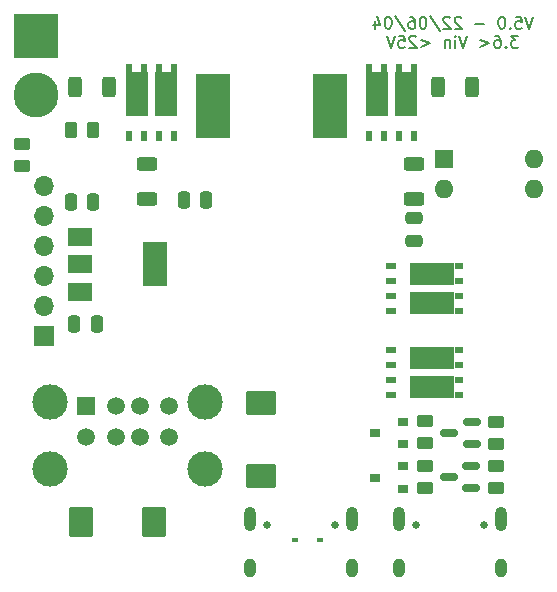
<source format=gbr>
%TF.GenerationSoftware,KiCad,Pcbnew,(6.0.5)*%
%TF.CreationDate,2022-06-14T13:50:18+08:00*%
%TF.ProjectId,V4.0,56342e30-2e6b-4696-9361-645f70636258,rev?*%
%TF.SameCoordinates,Original*%
%TF.FileFunction,Soldermask,Bot*%
%TF.FilePolarity,Negative*%
%FSLAX46Y46*%
G04 Gerber Fmt 4.6, Leading zero omitted, Abs format (unit mm)*
G04 Created by KiCad (PCBNEW (6.0.5)) date 2022-06-14 13:50:18*
%MOMM*%
%LPD*%
G01*
G04 APERTURE LIST*
G04 Aperture macros list*
%AMRoundRect*
0 Rectangle with rounded corners*
0 $1 Rounding radius*
0 $2 $3 $4 $5 $6 $7 $8 $9 X,Y pos of 4 corners*
0 Add a 4 corners polygon primitive as box body*
4,1,4,$2,$3,$4,$5,$6,$7,$8,$9,$2,$3,0*
0 Add four circle primitives for the rounded corners*
1,1,$1+$1,$2,$3*
1,1,$1+$1,$4,$5*
1,1,$1+$1,$6,$7*
1,1,$1+$1,$8,$9*
0 Add four rect primitives between the rounded corners*
20,1,$1+$1,$2,$3,$4,$5,0*
20,1,$1+$1,$4,$5,$6,$7,0*
20,1,$1+$1,$6,$7,$8,$9,0*
20,1,$1+$1,$8,$9,$2,$3,0*%
G04 Aperture macros list end*
%ADD10C,0.200000*%
%ADD11R,3.800000X3.800000*%
%ADD12C,3.800000*%
%ADD13R,1.600000X1.600000*%
%ADD14O,1.600000X1.600000*%
%ADD15C,0.650000*%
%ADD16O,1.000000X2.100000*%
%ADD17O,1.000000X1.600000*%
%ADD18R,1.700000X1.700000*%
%ADD19O,1.700000X1.700000*%
%ADD20R,1.500000X1.500000*%
%ADD21C,1.500000*%
%ADD22C,3.000000*%
%ADD23RoundRect,0.250000X-0.625000X0.312500X-0.625000X-0.312500X0.625000X-0.312500X0.625000X0.312500X0*%
%ADD24R,0.900000X0.800000*%
%ADD25RoundRect,0.250000X0.250000X0.475000X-0.250000X0.475000X-0.250000X-0.475000X0.250000X-0.475000X0*%
%ADD26R,0.600000X0.450000*%
%ADD27RoundRect,0.250000X-0.787500X-1.025000X0.787500X-1.025000X0.787500X1.025000X-0.787500X1.025000X0*%
%ADD28RoundRect,0.150000X0.587500X0.150000X-0.587500X0.150000X-0.587500X-0.150000X0.587500X-0.150000X0*%
%ADD29R,0.850000X0.500000*%
%ADD30R,0.800000X0.600000*%
%ADD31R,3.750000X1.970000*%
%ADD32RoundRect,0.250000X0.625000X-0.312500X0.625000X0.312500X-0.625000X0.312500X-0.625000X-0.312500X0*%
%ADD33R,2.000000X1.500000*%
%ADD34R,2.000000X3.800000*%
%ADD35RoundRect,0.250000X0.450000X-0.262500X0.450000X0.262500X-0.450000X0.262500X-0.450000X-0.262500X0*%
%ADD36RoundRect,0.250000X0.475000X-0.250000X0.475000X0.250000X-0.475000X0.250000X-0.475000X-0.250000X0*%
%ADD37RoundRect,0.250000X-0.312500X-0.625000X0.312500X-0.625000X0.312500X0.625000X-0.312500X0.625000X0*%
%ADD38RoundRect,0.250000X1.025000X-0.787500X1.025000X0.787500X-1.025000X0.787500X-1.025000X-0.787500X0*%
%ADD39RoundRect,0.250000X0.312500X0.625000X-0.312500X0.625000X-0.312500X-0.625000X0.312500X-0.625000X0*%
%ADD40R,0.500000X0.850000*%
%ADD41R,1.970000X3.750000*%
%ADD42R,0.600000X0.800000*%
%ADD43R,2.900000X5.400000*%
%ADD44RoundRect,0.250000X0.262500X0.450000X-0.262500X0.450000X-0.262500X-0.450000X0.262500X-0.450000X0*%
G04 APERTURE END LIST*
D10*
X150659523Y-76347380D02*
X150326190Y-77347380D01*
X149992857Y-76347380D01*
X149183333Y-76347380D02*
X149659523Y-76347380D01*
X149707142Y-76823571D01*
X149659523Y-76775952D01*
X149564285Y-76728333D01*
X149326190Y-76728333D01*
X149230952Y-76775952D01*
X149183333Y-76823571D01*
X149135714Y-76918809D01*
X149135714Y-77156904D01*
X149183333Y-77252142D01*
X149230952Y-77299761D01*
X149326190Y-77347380D01*
X149564285Y-77347380D01*
X149659523Y-77299761D01*
X149707142Y-77252142D01*
X148707142Y-77252142D02*
X148659523Y-77299761D01*
X148707142Y-77347380D01*
X148754761Y-77299761D01*
X148707142Y-77252142D01*
X148707142Y-77347380D01*
X148040476Y-76347380D02*
X147945238Y-76347380D01*
X147850000Y-76395000D01*
X147802380Y-76442619D01*
X147754761Y-76537857D01*
X147707142Y-76728333D01*
X147707142Y-76966428D01*
X147754761Y-77156904D01*
X147802380Y-77252142D01*
X147850000Y-77299761D01*
X147945238Y-77347380D01*
X148040476Y-77347380D01*
X148135714Y-77299761D01*
X148183333Y-77252142D01*
X148230952Y-77156904D01*
X148278571Y-76966428D01*
X148278571Y-76728333D01*
X148230952Y-76537857D01*
X148183333Y-76442619D01*
X148135714Y-76395000D01*
X148040476Y-76347380D01*
X146516666Y-76966428D02*
X145754761Y-76966428D01*
X144564285Y-76442619D02*
X144516666Y-76395000D01*
X144421428Y-76347380D01*
X144183333Y-76347380D01*
X144088095Y-76395000D01*
X144040476Y-76442619D01*
X143992857Y-76537857D01*
X143992857Y-76633095D01*
X144040476Y-76775952D01*
X144611904Y-77347380D01*
X143992857Y-77347380D01*
X143611904Y-76442619D02*
X143564285Y-76395000D01*
X143469047Y-76347380D01*
X143230952Y-76347380D01*
X143135714Y-76395000D01*
X143088095Y-76442619D01*
X143040476Y-76537857D01*
X143040476Y-76633095D01*
X143088095Y-76775952D01*
X143659523Y-77347380D01*
X143040476Y-77347380D01*
X141897619Y-76299761D02*
X142754761Y-77585476D01*
X141373809Y-76347380D02*
X141278571Y-76347380D01*
X141183333Y-76395000D01*
X141135714Y-76442619D01*
X141088095Y-76537857D01*
X141040476Y-76728333D01*
X141040476Y-76966428D01*
X141088095Y-77156904D01*
X141135714Y-77252142D01*
X141183333Y-77299761D01*
X141278571Y-77347380D01*
X141373809Y-77347380D01*
X141469047Y-77299761D01*
X141516666Y-77252142D01*
X141564285Y-77156904D01*
X141611904Y-76966428D01*
X141611904Y-76728333D01*
X141564285Y-76537857D01*
X141516666Y-76442619D01*
X141469047Y-76395000D01*
X141373809Y-76347380D01*
X140183333Y-76347380D02*
X140373809Y-76347380D01*
X140469047Y-76395000D01*
X140516666Y-76442619D01*
X140611904Y-76585476D01*
X140659523Y-76775952D01*
X140659523Y-77156904D01*
X140611904Y-77252142D01*
X140564285Y-77299761D01*
X140469047Y-77347380D01*
X140278571Y-77347380D01*
X140183333Y-77299761D01*
X140135714Y-77252142D01*
X140088095Y-77156904D01*
X140088095Y-76918809D01*
X140135714Y-76823571D01*
X140183333Y-76775952D01*
X140278571Y-76728333D01*
X140469047Y-76728333D01*
X140564285Y-76775952D01*
X140611904Y-76823571D01*
X140659523Y-76918809D01*
X138945238Y-76299761D02*
X139802380Y-77585476D01*
X138421428Y-76347380D02*
X138326190Y-76347380D01*
X138230952Y-76395000D01*
X138183333Y-76442619D01*
X138135714Y-76537857D01*
X138088095Y-76728333D01*
X138088095Y-76966428D01*
X138135714Y-77156904D01*
X138183333Y-77252142D01*
X138230952Y-77299761D01*
X138326190Y-77347380D01*
X138421428Y-77347380D01*
X138516666Y-77299761D01*
X138564285Y-77252142D01*
X138611904Y-77156904D01*
X138659523Y-76966428D01*
X138659523Y-76728333D01*
X138611904Y-76537857D01*
X138564285Y-76442619D01*
X138516666Y-76395000D01*
X138421428Y-76347380D01*
X137230952Y-76680714D02*
X137230952Y-77347380D01*
X137469047Y-76299761D02*
X137707142Y-77014047D01*
X137088095Y-77014047D01*
X149397619Y-77957380D02*
X148778571Y-77957380D01*
X149111904Y-78338333D01*
X148969047Y-78338333D01*
X148873809Y-78385952D01*
X148826190Y-78433571D01*
X148778571Y-78528809D01*
X148778571Y-78766904D01*
X148826190Y-78862142D01*
X148873809Y-78909761D01*
X148969047Y-78957380D01*
X149254761Y-78957380D01*
X149350000Y-78909761D01*
X149397619Y-78862142D01*
X148350000Y-78862142D02*
X148302380Y-78909761D01*
X148350000Y-78957380D01*
X148397619Y-78909761D01*
X148350000Y-78862142D01*
X148350000Y-78957380D01*
X147445238Y-77957380D02*
X147635714Y-77957380D01*
X147730952Y-78005000D01*
X147778571Y-78052619D01*
X147873809Y-78195476D01*
X147921428Y-78385952D01*
X147921428Y-78766904D01*
X147873809Y-78862142D01*
X147826190Y-78909761D01*
X147730952Y-78957380D01*
X147540476Y-78957380D01*
X147445238Y-78909761D01*
X147397619Y-78862142D01*
X147350000Y-78766904D01*
X147350000Y-78528809D01*
X147397619Y-78433571D01*
X147445238Y-78385952D01*
X147540476Y-78338333D01*
X147730952Y-78338333D01*
X147826190Y-78385952D01*
X147873809Y-78433571D01*
X147921428Y-78528809D01*
X146159523Y-78290714D02*
X146921428Y-78576428D01*
X146159523Y-78862142D01*
X145064285Y-77957380D02*
X144730952Y-78957380D01*
X144397619Y-77957380D01*
X144064285Y-78957380D02*
X144064285Y-78290714D01*
X144064285Y-77957380D02*
X144111904Y-78005000D01*
X144064285Y-78052619D01*
X144016666Y-78005000D01*
X144064285Y-77957380D01*
X144064285Y-78052619D01*
X143588095Y-78290714D02*
X143588095Y-78957380D01*
X143588095Y-78385952D02*
X143540476Y-78338333D01*
X143445238Y-78290714D01*
X143302380Y-78290714D01*
X143207142Y-78338333D01*
X143159523Y-78433571D01*
X143159523Y-78957380D01*
X141159523Y-78290714D02*
X141921428Y-78576428D01*
X141159523Y-78862142D01*
X140730952Y-78052619D02*
X140683333Y-78005000D01*
X140588095Y-77957380D01*
X140350000Y-77957380D01*
X140254761Y-78005000D01*
X140207142Y-78052619D01*
X140159523Y-78147857D01*
X140159523Y-78243095D01*
X140207142Y-78385952D01*
X140778571Y-78957380D01*
X140159523Y-78957380D01*
X139254761Y-77957380D02*
X139730952Y-77957380D01*
X139778571Y-78433571D01*
X139730952Y-78385952D01*
X139635714Y-78338333D01*
X139397619Y-78338333D01*
X139302380Y-78385952D01*
X139254761Y-78433571D01*
X139207142Y-78528809D01*
X139207142Y-78766904D01*
X139254761Y-78862142D01*
X139302380Y-78909761D01*
X139397619Y-78957380D01*
X139635714Y-78957380D01*
X139730952Y-78909761D01*
X139778571Y-78862142D01*
X138921428Y-77957380D02*
X138588095Y-78957380D01*
X138254761Y-77957380D01*
D11*
%TO.C,J4*%
X108534200Y-77992600D03*
D12*
X108534200Y-82992600D03*
%TD*%
D13*
%TO.C,SW2*%
X143103600Y-88366600D03*
D14*
X143103600Y-90906600D03*
X150723600Y-90906600D03*
X150723600Y-88366600D03*
%TD*%
D15*
%TO.C,J2*%
X140721600Y-119400000D03*
X146501600Y-119400000D03*
D16*
X147931600Y-118870000D03*
D17*
X147931600Y-123050000D03*
D16*
X139291600Y-118870000D03*
D17*
X139291600Y-123050000D03*
%TD*%
D18*
%TO.C,J5*%
X109220000Y-103378000D03*
D19*
X109220000Y-100838000D03*
X109220000Y-98298000D03*
X109220000Y-95758000D03*
X109220000Y-93218000D03*
X109220000Y-90678000D03*
%TD*%
D20*
%TO.C,J1*%
X112832000Y-109325000D03*
D21*
X115332000Y-109325000D03*
X117332000Y-109325000D03*
X119832000Y-109325000D03*
X112832000Y-111945000D03*
X115332000Y-111945000D03*
X117332000Y-111945000D03*
X119832000Y-111945000D03*
D22*
X122902000Y-108975000D03*
X109762000Y-114655000D03*
X122902000Y-114655000D03*
X109762000Y-108975000D03*
%TD*%
D15*
%TO.C,J3*%
X128110000Y-119400000D03*
X133890000Y-119400000D03*
D16*
X126680000Y-118870000D03*
X135320000Y-118870000D03*
D17*
X135320000Y-123050000D03*
X126680000Y-123050000D03*
%TD*%
D23*
%TO.C,R13*%
X117983000Y-88834500D03*
X117983000Y-91759500D03*
%TD*%
D24*
%TO.C,Q7*%
X139630000Y-110632200D03*
X139630000Y-112532200D03*
X137230000Y-111582200D03*
%TD*%
D25*
%TO.C,C20*%
X113385600Y-92024200D03*
X111485600Y-92024200D03*
%TD*%
D26*
%TO.C,D4*%
X132596600Y-120650000D03*
X130496600Y-120650000D03*
%TD*%
D27*
%TO.C,C3*%
X112330500Y-119126000D03*
X118555500Y-119126000D03*
%TD*%
D28*
%TO.C,Q8*%
X145437862Y-110648200D03*
X145437862Y-112548200D03*
X143562862Y-111598200D03*
%TD*%
D29*
%TO.C,Q3*%
X138578000Y-108331000D03*
X138578000Y-107061000D03*
X138578000Y-105791000D03*
X138578000Y-104521000D03*
D30*
X144403000Y-104521000D03*
D31*
X142128000Y-105206000D03*
D30*
X144403000Y-105791000D03*
X144403000Y-108331000D03*
X144403000Y-107061000D03*
D31*
X142128000Y-107646000D03*
%TD*%
D32*
%TO.C,R2*%
X140589000Y-91759500D03*
X140589000Y-88834500D03*
%TD*%
D28*
%TO.C,Q6*%
X145427362Y-114366000D03*
X145427362Y-116266000D03*
X143552362Y-115316000D03*
%TD*%
D25*
%TO.C,C21*%
X113715800Y-102387400D03*
X111815800Y-102387400D03*
%TD*%
D33*
%TO.C,U2*%
X112318400Y-99607400D03*
X112318400Y-97307400D03*
X112318400Y-95007400D03*
D34*
X118618400Y-97307400D03*
%TD*%
D35*
%TO.C,R22*%
X141478000Y-112418500D03*
X141478000Y-110593500D03*
%TD*%
D36*
%TO.C,C9*%
X140589000Y-95311000D03*
X140589000Y-93411000D03*
%TD*%
D37*
%TO.C,R9*%
X111821500Y-82296000D03*
X114746500Y-82296000D03*
%TD*%
D29*
%TO.C,Q1*%
X138578000Y-101219000D03*
X138578000Y-99949000D03*
X138578000Y-98679000D03*
X138578000Y-97409000D03*
D31*
X142128000Y-98094000D03*
D30*
X144403000Y-98679000D03*
X144403000Y-97409000D03*
D31*
X142128000Y-100534000D03*
D30*
X144403000Y-101219000D03*
X144403000Y-99949000D03*
%TD*%
D38*
%TO.C,C1*%
X127635000Y-115253500D03*
X127635000Y-109028500D03*
%TD*%
D39*
%TO.C,R1*%
X145480500Y-82296000D03*
X142555500Y-82296000D03*
%TD*%
D40*
%TO.C,Q2*%
X140589000Y-86466000D03*
X139319000Y-86466000D03*
X138049000Y-86466000D03*
X136779000Y-86466000D03*
D41*
X137464000Y-82916000D03*
D42*
X138049000Y-80641000D03*
X136779000Y-80641000D03*
X139319000Y-80641000D03*
D41*
X139904000Y-82916000D03*
D42*
X140589000Y-80641000D03*
%TD*%
D43*
%TO.C,L1*%
X133474000Y-83896200D03*
X123574000Y-83896200D03*
%TD*%
D35*
%TO.C,R14*%
X141478000Y-116228500D03*
X141478000Y-114403500D03*
%TD*%
D24*
%TO.C,Q5*%
X139630000Y-114416800D03*
X139630000Y-116316800D03*
X137230000Y-115366800D03*
%TD*%
D25*
%TO.C,C19*%
X122971600Y-91897200D03*
X121071600Y-91897200D03*
%TD*%
D35*
%TO.C,R21*%
X147482562Y-116237900D03*
X147482562Y-114412900D03*
%TD*%
%TO.C,R4*%
X107340400Y-88974300D03*
X107340400Y-87149300D03*
%TD*%
D40*
%TO.C,Q4*%
X120269000Y-86466000D03*
X118999000Y-86466000D03*
X117729000Y-86466000D03*
X116459000Y-86466000D03*
D42*
X117729000Y-80641000D03*
X116459000Y-80641000D03*
D41*
X117144000Y-82916000D03*
X119584000Y-82916000D03*
D42*
X118999000Y-80641000D03*
X120269000Y-80641000D03*
%TD*%
D35*
%TO.C,R23*%
X147537862Y-112494700D03*
X147537862Y-110669700D03*
%TD*%
D44*
%TO.C,R5*%
X113383700Y-85902800D03*
X111558700Y-85902800D03*
%TD*%
M02*

</source>
